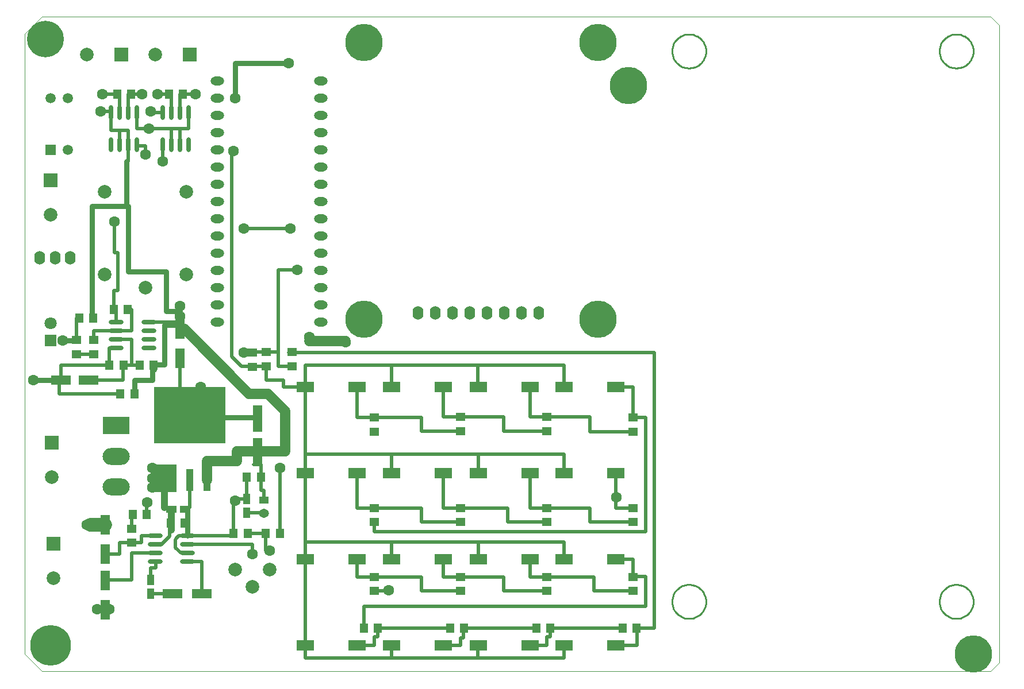
<source format=gtl>
%FSTAX23Y23*%
%MOIN*%
%SFA1B1*%

%IPPOS*%
%ADD10C,0.010000*%
%ADD11R,0.059060X0.039370*%
%ADD12R,0.051180X0.055120*%
%ADD13R,0.055120X0.157480*%
%ADD14R,0.055120X0.118110*%
%ADD15R,0.118110X0.055120*%
%ADD16R,0.055120X0.051180*%
%ADD17O,0.059060X0.051180*%
%ADD18R,0.055120X0.039370*%
%ADD19R,0.039370X0.059060*%
%ADD20R,0.098430X0.059060*%
%ADD21R,0.413390X0.330710*%
%ADD22R,0.041340X0.129920*%
%ADD23O,0.023620X0.086610*%
%ADD24O,0.086610X0.023620*%
%ADD25C,0.019690*%
%ADD26C,0.078740*%
%ADD27C,0.039370*%
%ADD28C,0.031500*%
%ADD29C,0.059060*%
%ADD30C,0.003940*%
%ADD31R,0.150000X0.160000*%
%ADD32O,0.078740X0.051180*%
%ADD33O,0.062990X0.078740*%
%ADD34C,0.216540*%
%ADD35R,0.078740X0.078740*%
%ADD36C,0.078740*%
%ADD37R,0.078740X0.078740*%
%ADD38O,0.062990X0.078740*%
%ADD39R,0.157480X0.098430*%
%ADD40O,0.157480X0.098430*%
%ADD41C,0.059060*%
%ADD42R,0.059060X0.059060*%
%ADD43R,0.070870X0.070870*%
%ADD44C,0.070870*%
%ADD45C,0.236220*%
%ADD46C,0.212600*%
%ADD47C,0.062990*%
%LNÃÅ½ûÏµÍ³-1*%
%LPD*%
G54D10*
X0395Y036D02*
D01*
X03949Y03606*
X03949Y03613*
X03947Y0362*
X03946Y03627*
X03944Y03633*
X03941Y0364*
X03938Y03646*
X03935Y03652*
X03931Y03657*
X03926Y03663*
X03922Y03668*
X03917Y03673*
X03912Y03677*
X03906Y03681*
X039Y03685*
X03894Y03688*
X03888Y03691*
X03881Y03693*
X03875Y03695*
X03868Y03696*
X03861Y03697*
X03855Y03698*
X03848*
X03841Y03697*
X03834Y03696*
X03827Y03695*
X03821Y03693*
X03814Y03691*
X03808Y03688*
X03802Y03685*
X03796Y03681*
X0379Y03677*
X03785Y03673*
X0378Y03668*
X03776Y03663*
X03771Y03657*
X03768Y03652*
X03764Y03646*
X03761Y0364*
X03759Y03633*
X03756Y03627*
X03755Y0362*
X03754Y03613*
X03753Y03606*
X03753Y036*
X03753Y03593*
X03754Y03586*
X03755Y03579*
X03756Y03572*
X03759Y03566*
X03761Y03559*
X03764Y03553*
X03768Y03547*
X03771Y03542*
X03776Y03536*
X0378Y03531*
X03785Y03526*
X0379Y03522*
X03796Y03518*
X03802Y03514*
X03808Y03511*
X03814Y03508*
X03821Y03506*
X03827Y03504*
X03834Y03503*
X03841Y03502*
X03848Y03501*
X03855*
X03861Y03502*
X03868Y03503*
X03875Y03504*
X03881Y03506*
X03888Y03508*
X03894Y03511*
X039Y03514*
X03906Y03518*
X03912Y03522*
X03917Y03526*
X03922Y03531*
X03926Y03536*
X03931Y03542*
X03935Y03547*
X03938Y03553*
X03941Y03559*
X03944Y03566*
X03946Y03572*
X03947Y03579*
X03949Y03586*
X03949Y03593*
X0395Y036*
Y00404D02*
D01*
X03949Y00411*
X03949Y00418*
X03947Y00424*
X03946Y00431*
X03944Y00437*
X03941Y00444*
X03938Y0045*
X03935Y00456*
X03931Y00462*
X03926Y00467*
X03922Y00472*
X03917Y00477*
X03912Y00481*
X03906Y00485*
X039Y00489*
X03894Y00492*
X03888Y00495*
X03881Y00497*
X03875Y00499*
X03868Y00501*
X03861Y00502*
X03855Y00502*
X03848*
X03841Y00502*
X03834Y00501*
X03827Y00499*
X03821Y00497*
X03814Y00495*
X03808Y00492*
X03802Y00489*
X03796Y00485*
X0379Y00481*
X03785Y00477*
X0378Y00472*
X03776Y00467*
X03771Y00462*
X03768Y00456*
X03764Y0045*
X03761Y00444*
X03759Y00437*
X03756Y00431*
X03755Y00424*
X03754Y00418*
X03753Y00411*
X03753Y00404*
X03753Y00397*
X03754Y0039*
X03755Y00383*
X03756Y00377*
X03759Y0037*
X03761Y00364*
X03764Y00358*
X03768Y00352*
X03771Y00346*
X03776Y00341*
X0378Y00335*
X03785Y00331*
X0379Y00326*
X03796Y00322*
X03802Y00319*
X03808Y00315*
X03814Y00313*
X03821Y0031*
X03827Y00308*
X03834Y00307*
X03841Y00306*
X03848Y00305*
X03855*
X03861Y00306*
X03868Y00307*
X03875Y00308*
X03881Y0031*
X03888Y00313*
X03894Y00315*
X039Y00319*
X03906Y00322*
X03912Y00326*
X03917Y00331*
X03922Y00335*
X03926Y00341*
X03931Y00346*
X03935Y00352*
X03938Y00358*
X03941Y00364*
X03944Y0037*
X03946Y00377*
X03947Y00383*
X03949Y0039*
X03949Y00397*
X0395Y00404*
X055D02*
D01*
X05499Y00411*
X05499Y00418*
X05497Y00424*
X05496Y00431*
X05494Y00437*
X05491Y00444*
X05488Y0045*
X05485Y00456*
X05481Y00462*
X05476Y00467*
X05472Y00472*
X05467Y00477*
X05462Y00481*
X05456Y00485*
X0545Y00489*
X05444Y00492*
X05438Y00495*
X05431Y00497*
X05425Y00499*
X05418Y00501*
X05411Y00502*
X05405Y00502*
X05398*
X05391Y00502*
X05384Y00501*
X05377Y00499*
X05371Y00497*
X05364Y00495*
X05358Y00492*
X05352Y00489*
X05346Y00485*
X0534Y00481*
X05335Y00477*
X0533Y00472*
X05326Y00467*
X05321Y00462*
X05318Y00456*
X05314Y0045*
X05311Y00444*
X05309Y00437*
X05306Y00431*
X05305Y00424*
X05304Y00418*
X05303Y00411*
X05303Y00404*
X05303Y00397*
X05304Y0039*
X05305Y00383*
X05306Y00377*
X05309Y0037*
X05311Y00364*
X05314Y00358*
X05318Y00352*
X05321Y00346*
X05326Y00341*
X0533Y00335*
X05335Y00331*
X0534Y00326*
X05346Y00322*
X05352Y00319*
X05358Y00315*
X05364Y00313*
X05371Y0031*
X05377Y00308*
X05384Y00307*
X05391Y00306*
X05398Y00305*
X05405*
X05411Y00306*
X05418Y00307*
X05425Y00308*
X05431Y0031*
X05438Y00313*
X05444Y00315*
X0545Y00319*
X05456Y00322*
X05462Y00326*
X05467Y00331*
X05472Y00335*
X05476Y00341*
X05481Y00346*
X05485Y00352*
X05488Y00358*
X05491Y00364*
X05494Y0037*
X05496Y00377*
X05497Y00383*
X05499Y0039*
X05499Y00397*
X055Y00404*
Y036D02*
D01*
X05499Y03606*
X05499Y03613*
X05497Y0362*
X05496Y03627*
X05494Y03633*
X05491Y0364*
X05488Y03646*
X05485Y03652*
X05481Y03657*
X05476Y03663*
X05472Y03668*
X05467Y03673*
X05462Y03677*
X05456Y03681*
X0545Y03685*
X05444Y03688*
X05438Y03691*
X05431Y03693*
X05425Y03695*
X05418Y03696*
X05411Y03697*
X05405Y03698*
X05398*
X05391Y03697*
X05384Y03696*
X05377Y03695*
X05371Y03693*
X05364Y03691*
X05358Y03688*
X05352Y03685*
X05346Y03681*
X0534Y03677*
X05335Y03673*
X0533Y03668*
X05326Y03663*
X05321Y03657*
X05318Y03652*
X05314Y03646*
X05311Y0364*
X05309Y03633*
X05306Y03627*
X05305Y0362*
X05304Y03613*
X05303Y03606*
X05303Y036*
X05303Y03593*
X05304Y03586*
X05305Y03579*
X05306Y03572*
X05309Y03566*
X05311Y03559*
X05314Y03553*
X05318Y03547*
X05321Y03542*
X05326Y03536*
X0533Y03531*
X05335Y03526*
X0534Y03522*
X05346Y03518*
X05352Y03514*
X05358Y03511*
X05364Y03508*
X05371Y03506*
X05377Y03504*
X05384Y03503*
X05391Y03502*
X05398Y03501*
X05405*
X05411Y03502*
X05418Y03503*
X05425Y03504*
X05431Y03506*
X05438Y03508*
X05444Y03511*
X0545Y03514*
X05456Y03518*
X05462Y03522*
X05467Y03526*
X05472Y03531*
X05476Y03536*
X05481Y03542*
X05485Y03547*
X05488Y03553*
X05491Y03559*
X05494Y03566*
X05496Y03572*
X05497Y03579*
X05499Y03586*
X05499Y03593*
X055Y036*
G54D11*
X00849Y0094D03*
X0093D03*
G54D12*
X00927Y0086D03*
X00845D03*
X01288Y01125D03*
X0137D03*
X02047Y0025D03*
X01965D03*
X02547D03*
X02465D03*
X03047D03*
X02965D03*
X03547D03*
X03465D03*
X01479Y008D03*
X01397D03*
X00617Y0335D03*
X00535D03*
X00917D03*
X00835D03*
X00397Y0205D03*
X00315D03*
X00747Y01775D03*
X00665D03*
X00572D03*
X0049D03*
X00597Y021D03*
X00515D03*
X00707Y0091D03*
X00625D03*
X0121Y008D03*
X01292D03*
X00553Y0161D03*
X00635D03*
G54D13*
X0135Y01468D03*
Y01275D03*
G54D14*
X00465Y00355D03*
Y00525D03*
Y0085D03*
Y0068D03*
X009Y01985D03*
Y01815D03*
G54D15*
X0037Y0169D03*
X0021D03*
X00855Y0045D03*
X01025D03*
G54D16*
X014Y01852D03*
Y0177D03*
X02025Y01472D03*
Y0139D03*
X02525Y01475D03*
Y01393D03*
X03025Y01475D03*
Y01393D03*
X03525Y01472D03*
Y0139D03*
X02025Y00947D03*
Y00865D03*
X02525Y00947D03*
Y00865D03*
X03025Y00947D03*
Y00865D03*
X03525Y00947D03*
Y00865D03*
X02025Y00547D03*
Y00465D03*
X02525Y00547D03*
Y00465D03*
X03025Y00547D03*
Y00465D03*
X03525Y00547D03*
Y00465D03*
X0155Y0177D03*
Y01852D03*
X004Y01922D03*
Y0184D03*
X0132Y01849D03*
Y01767D03*
X003Y0184D03*
Y01922D03*
X0062Y00827D03*
Y00745D03*
G54D17*
X01386Y00918D03*
G54D18*
X01385Y00994D03*
G54D19*
X01285Y01D03*
Y00919D03*
X0073Y00449D03*
Y0053D03*
G54D20*
X01625Y0165D03*
X01925D03*
X02125D03*
X02425D03*
X02631D03*
X02931D03*
X03125D03*
X03425D03*
X01625Y0115D03*
X01925D03*
X02125D03*
X02425D03*
X02631D03*
X02931D03*
X03125D03*
X03425D03*
X01625Y0065D03*
X01925D03*
X02125D03*
X02425D03*
X02631D03*
X02931D03*
X03125D03*
X03425D03*
X01625Y0015D03*
X01925D03*
X02125D03*
X02425D03*
X02631D03*
X02931D03*
X03125D03*
X03425D03*
G54D21*
X00955Y01487D03*
G54D22*
X01055Y01111D03*
X00955D03*
X00855D03*
G54D23*
X0065Y03244D03*
X006D03*
X0055D03*
X005D03*
X0065Y03055D03*
X006D03*
X0055D03*
X005D03*
X0095Y03244D03*
X009D03*
X0085D03*
X008D03*
X0095Y03055D03*
X009D03*
X0085D03*
X008D03*
G54D24*
X00944Y00635D03*
Y00685D03*
Y00735D03*
Y00785D03*
X00755Y00635D03*
Y00685D03*
Y00735D03*
Y00785D03*
X00719Y01875D03*
Y01925D03*
Y01975D03*
Y02025D03*
X0053Y01875D03*
Y01925D03*
Y01975D03*
Y02025D03*
G54D25*
X01925Y01472D02*
Y0165D01*
X023Y01393D02*
Y01472D01*
Y01393D02*
X02525D01*
X01925Y01472D02*
X02025D01*
X023*
X02425Y01475D02*
Y0165D01*
X02775Y01393D02*
Y01475D01*
Y01393D02*
X03025D01*
X02425Y01475D02*
X02525D01*
X02775*
X02931D02*
Y0165D01*
X03275Y0139D02*
Y01475D01*
Y0139D02*
X03525D01*
X02931Y01475D02*
X03025D01*
X03275*
X03425Y0165D02*
X03525D01*
Y01472D02*
Y0165D01*
X01625D02*
Y01775D01*
X03125Y0165D02*
Y01775D01*
X02625Y0165D02*
X02631D01*
X02625Y01775D02*
X03125D01*
X02125D02*
X02625D01*
X02125Y0165D02*
Y01775D01*
X01625Y0015D02*
Y0065D01*
Y00075D02*
Y0015D01*
Y00075D02*
X02125D01*
Y0015*
Y00075D02*
X02625D01*
Y0015D02*
X02631D01*
X02625Y00075D02*
X03125D01*
Y0015*
D01*
X02625Y00075D02*
Y0015D01*
X01925Y00947D02*
Y0115D01*
Y00947D02*
X02025D01*
X023*
Y00865D02*
Y00947D01*
Y00865D02*
X02525D01*
X02425Y00947D02*
Y0115D01*
X028Y00865D02*
Y00947D01*
Y00865D02*
X03025D01*
X02425Y00947D02*
X02525D01*
X028*
X02931D02*
Y0115D01*
X03275Y00865D02*
Y00947D01*
Y00865D02*
X03525D01*
X02931Y00947D02*
X03025D01*
X03275*
X03425D02*
X03525D01*
Y01472D02*
X036D01*
X03425Y00947D02*
Y0115D01*
X01925Y00547D02*
Y0065D01*
X023Y00465D02*
Y00547D01*
Y00465D02*
X02525D01*
X01925Y00547D02*
X02025D01*
X023*
X02425D02*
Y0065D01*
X02775Y00465D02*
Y00547D01*
Y00465D02*
X03025D01*
X02425Y00547D02*
X02525D01*
X02775*
X02931D02*
Y0065D01*
X033Y00465D02*
Y00547D01*
Y00465D02*
X03525D01*
X02931Y00547D02*
X03025D01*
X033*
X02025Y00465D02*
Y00475D01*
X01925Y0015D02*
X02025D01*
Y002*
X02047*
Y0025*
X02465*
X02425Y0015D02*
X02525D01*
Y00194*
X02543*
Y0025D02*
X02547D01*
X02931Y0015D02*
X03025D01*
Y002*
X03047*
Y0025*
X02547D02*
X02965D01*
X02543Y00194D02*
Y0025D01*
X03047D02*
X03465D01*
X03425Y0015D02*
X0355D01*
X01965Y0025D02*
Y00375D01*
X036D02*
Y0055D01*
X03525Y00547D02*
Y0055D01*
X01965Y00375D02*
X036D01*
X0355Y0015D02*
Y0025D01*
X03547D02*
X0355D01*
X0365*
Y0185*
X0147Y0177D02*
Y01852D01*
Y0177D02*
X0155D01*
X0132Y01852D02*
X014D01*
X01255Y0177D02*
X014D01*
X02625Y0165D02*
Y01775D01*
X01625Y0115D02*
Y0126D01*
Y0165*
X02631Y0115D02*
Y0126D01*
X02125Y0115D02*
Y0126D01*
X01625D02*
X02125D01*
X02631*
X03125*
Y0115D02*
Y0126D01*
X02025Y0081D02*
Y00865D01*
Y0081D02*
X036D01*
Y01472*
X02125Y0065D02*
Y0075D01*
X01625Y0065D02*
Y0075D01*
Y0115*
Y0075D02*
X02125D01*
X02631*
Y0065D02*
Y0075D01*
X03125*
Y0065D02*
Y0075D01*
X03425Y0065D02*
X03525D01*
Y0055D02*
X036D01*
X03525D02*
Y0065D01*
X0085Y03244D02*
Y0335D01*
X009Y03244D02*
Y0335D01*
X0055Y03244D02*
Y0335D01*
X006Y03244D02*
Y0335D01*
X0046D02*
X00535D01*
X00617D02*
X0067D01*
X0079D02*
X00835D01*
X00917D02*
X0097D01*
X0095Y0315D02*
Y03244D01*
X009Y03055D02*
Y0314D01*
X0085Y0315D02*
X0095D01*
X0065D02*
Y03244D01*
X0085Y03055D02*
Y0315D01*
X006Y03055D02*
Y0314D01*
X005D02*
Y03244D01*
Y0314D02*
X0055D01*
X006*
X0055Y03055D02*
Y0314D01*
X0053Y02025D02*
Y021D01*
X00597D02*
X0062D01*
X004Y01922D02*
Y01975D01*
X0053*
X0062*
Y021*
X003Y0205D02*
X00315D01*
X003Y0184D02*
X004D01*
X0053Y01925D02*
X0062D01*
Y01775D02*
Y01925D01*
X00572Y01775D02*
X0062D01*
X00665*
X0049Y01875D02*
X0053D01*
X0037Y0169D02*
X0057D01*
Y01775D02*
X00572D01*
X0057Y0169D02*
Y01775D01*
X002Y0161D02*
X00553D01*
X002Y0169D02*
X0021D01*
Y01775*
X0049*
Y01875*
X0093Y01487D02*
X00955D01*
X009D02*
Y01815D01*
X00675Y00785D02*
X00755D01*
X00465Y0067D02*
Y0068D01*
X0055Y00745D02*
X0062D01*
X00465Y0068D02*
X0055D01*
Y00745*
X00675D02*
Y00785D01*
X0062Y00745D02*
X00675D01*
X0062Y0091D02*
X00625D01*
X0062Y00827D02*
Y0091D01*
X00465Y00525D02*
Y0053D01*
X0062D02*
Y00685D01*
X00755*
X00465Y0053D02*
X0062D01*
X01025Y0045D02*
Y00635D01*
X00944D02*
X01025D01*
X0073Y006D02*
X0076D01*
X00755Y00635D02*
X0076D01*
X0073Y0053D02*
Y006D01*
X0076D02*
Y00635D01*
X0073Y00449D02*
Y0045D01*
X00855*
X0084Y0081D02*
X0085Y0082D01*
X00907Y00685D02*
X00944D01*
X00873Y00718D02*
X00907Y00685D01*
X00877Y0077D02*
X00892Y00785D01*
X00873Y00718D02*
Y00763D01*
X00944Y00785D02*
X00949Y0079D01*
X00944Y00735D02*
X00944Y00734D01*
X02025Y00465D02*
X02105D01*
X0211Y0047*
X01397Y007D02*
X0142D01*
X01292Y008D02*
X01397D01*
Y007D02*
Y008D01*
X01285Y00919D02*
X01386D01*
X01385Y00994D02*
Y0105D01*
X0137D02*
X01385D01*
X0137D02*
Y01125D01*
Y012*
X0121Y01D02*
X01285D01*
Y01125*
X00955Y0095D02*
Y01111D01*
Y01473D02*
Y01487D01*
Y01473D02*
X011D01*
X01325Y012D02*
X0137D01*
X01325Y01275D02*
Y0128D01*
X015Y0165D02*
X01625D01*
X015D02*
Y0169D01*
X002Y0161D02*
Y0169D01*
X003Y01922D02*
Y0205D01*
X005Y03244D02*
Y0325D01*
X0044D02*
X005D01*
X0073Y03244D02*
X008D01*
X0065Y0305D02*
Y03055D01*
X00707Y0091D02*
Y0097D01*
X0052Y0243D02*
Y0261D01*
Y0243D02*
X0054D01*
Y0221D02*
Y0243D01*
X00515Y02207D02*
Y0221D01*
X0054*
X00515Y021D02*
Y0221D01*
X006Y0296D02*
Y03055D01*
X00719Y02025D02*
X009D01*
X0084Y00782D02*
Y0081D01*
X0132Y0068D02*
Y00735D01*
X00944D02*
X0132D01*
X00892Y00785D02*
X0121D01*
Y01*
X00791Y00733D02*
X0084Y00782D01*
X0065Y0315D02*
X0072D01*
X0085*
X014Y0169D02*
X015D01*
X014D02*
Y0175D01*
X0138Y0177D02*
X014Y0175D01*
X0127Y0257D02*
X0154D01*
X014Y01852D02*
X0147D01*
Y0233*
X0158*
X008Y0296D02*
Y03055D01*
X007Y0298D02*
Y0305D01*
X0065D02*
X007D01*
X01479Y008D02*
Y0118D01*
X00707Y0097D02*
X0071D01*
X012Y01825D02*
X01255Y0177D01*
X012Y01825D02*
Y0301D01*
X0121Y0302*
X01625Y01775D02*
X02125D01*
X0153Y0185D02*
X0365D01*
G54D26*
X0038Y0085D02*
X00465D01*
G54D27*
X00809Y0107D02*
X0082D01*
X00809Y0095D02*
Y0107D01*
X00839Y0094D02*
X00849D01*
X0085*
Y0082D02*
Y0094D01*
G54D28*
X0093Y0094D02*
X00944D01*
X0092D02*
X0093D01*
X00944Y00785D02*
Y0094D01*
X011Y01473D02*
X01325D01*
X0005Y0169D02*
X002D01*
X0022Y0192D02*
X00298D01*
X0039Y0205D02*
X00397D01*
X0039Y027D02*
X0059D01*
Y0296*
X006Y0232D02*
X0082D01*
Y0209D02*
Y0232D01*
X009Y0209D02*
Y0212D01*
X0039Y0205D02*
Y027D01*
X006Y0232D02*
Y027D01*
X0059D02*
X006D01*
X0082Y0209D02*
X009D01*
X00635Y0161D02*
Y0169D01*
X0081Y0178D02*
Y0201D01*
X009Y01985D02*
Y0201D01*
X00635Y0169D02*
X0074D01*
Y0175*
X0075*
Y0178*
X0081*
Y0201D02*
X009D01*
X0122Y03325D02*
Y0353D01*
X0153*
G54D29*
X01055Y01111D02*
Y0122D01*
X0123*
Y01275D02*
X0135D01*
X0123Y0122D02*
Y01275D01*
X0135D02*
X0151D01*
Y0151*
X0141Y0161D02*
X0151Y0151D01*
X013Y0161D02*
X0141D01*
X00925Y01985D02*
X013Y0161D01*
X0165Y01916D02*
X0186D01*
G54D30*
X0Y001D02*
Y037D01*
X001Y038*
X056*
X0Y001D02*
X001Y0D01*
X0565Y0005D02*
Y0375D01*
X056Y038D02*
X0565Y0375D01*
X001Y0D02*
X056D01*
X0565Y0005*
G54D31*
X00805Y0112D03*
G54D32*
X01115Y02025D03*
Y02125D03*
Y02225D03*
Y02325D03*
Y02425D03*
Y02525D03*
Y02625D03*
Y02725D03*
Y02825D03*
Y02925D03*
Y03025D03*
Y03125D03*
Y03225D03*
Y03325D03*
Y03425D03*
X01715D03*
Y03325D03*
Y03225D03*
Y03125D03*
Y03025D03*
Y02925D03*
Y02825D03*
Y02725D03*
Y02625D03*
Y02525D03*
Y02425D03*
Y02325D03*
Y02225D03*
Y02125D03*
Y02025D03*
G54D33*
X02979Y02081D03*
X02879D03*
X02779D03*
X02679D03*
X02579D03*
X02479D03*
X02379D03*
X02279D03*
X00264Y024D03*
X00175D03*
G54D34*
X01965Y02042D03*
X03322D03*
X01965Y03651D03*
X03322D03*
X055Y001D03*
X035Y034D03*
G54D35*
X00155Y01325D03*
X0015Y0285D03*
X00165Y0074D03*
G54D36*
X00155Y01125D03*
X0036Y0358D03*
X00755D03*
X0132Y0049D03*
X0142Y0059D03*
X0122D03*
X0015Y0265D03*
X00165Y0054D03*
X00936Y02303D03*
X00463D03*
X00936Y02784D03*
X00463D03*
X007Y02225D03*
G54D37*
X0056Y0358D03*
X00955D03*
G54D38*
X00085Y024D03*
G54D39*
X0053Y01425D03*
D03*
G54D40*
X0053Y0107D03*
Y01247D03*
G54D41*
X0025Y03325D03*
X0015D03*
X0025Y03025D03*
G54D42*
X0015Y03025D03*
G54D43*
X0015Y0192D03*
G54D44*
X0015Y0202D03*
G54D45*
X0015Y0015D03*
G54D46*
X0012Y0367D03*
G54D47*
X0045Y0335D03*
X0068D03*
X0077D03*
X0099D03*
X0074Y0118D03*
Y0112D03*
X0041Y0085D03*
X0036D03*
X0042Y0036D03*
X0049D03*
X0132Y0068D03*
X0211Y0047D03*
X0343Y0101D03*
X0142Y007D03*
X0102Y0165D03*
X009Y0212D03*
Y0206D03*
X0022Y0192D03*
X0072Y0315D03*
X0073Y0325D03*
X0044D03*
X0052Y0261D03*
X0071Y0098D03*
X0074Y01065D03*
X0121Y0302D03*
X0127Y0257D03*
X0154D03*
X0122Y03325D03*
X0153Y0353D03*
X0158Y0233D03*
X0165Y0194D03*
X0127Y0185D03*
X008Y0296D03*
X007Y03D03*
X01479Y0118D03*
X0122Y0099D03*
X0005Y0169D03*
X0186Y0191D03*
M02*
</source>
